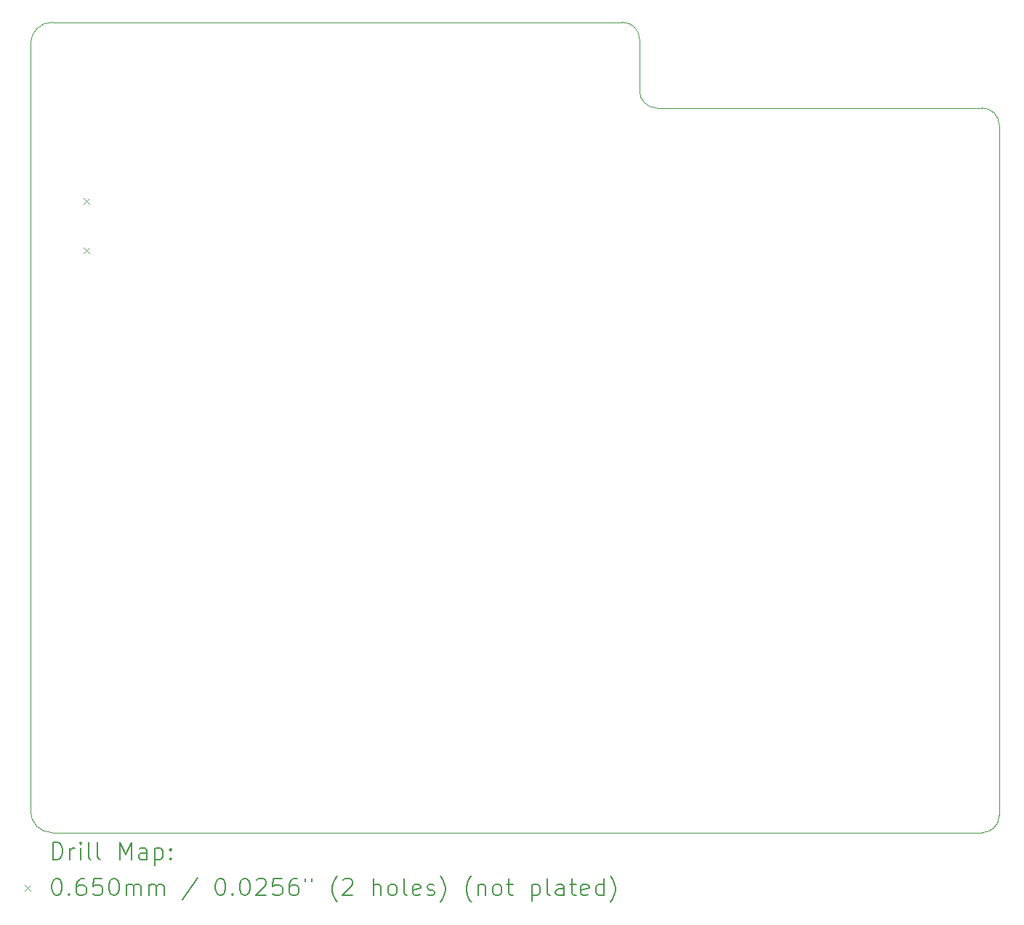
<source format=gbr>
%TF.GenerationSoftware,KiCad,Pcbnew,9.0.1*%
%TF.CreationDate,2025-06-20T23:10:50-05:00*%
%TF.ProjectId,LVGL_Training_Board,4c56474c-5f54-4726-9169-6e696e675f42,rev?*%
%TF.SameCoordinates,Original*%
%TF.FileFunction,Drillmap*%
%TF.FilePolarity,Positive*%
%FSLAX45Y45*%
G04 Gerber Fmt 4.5, Leading zero omitted, Abs format (unit mm)*
G04 Created by KiCad (PCBNEW 9.0.1) date 2025-06-20 23:10:50*
%MOMM*%
%LPD*%
G01*
G04 APERTURE LIST*
%ADD10C,0.050000*%
%ADD11C,0.200000*%
%ADD12C,0.100000*%
G04 APERTURE END LIST*
D10*
X8895000Y-5315000D02*
X15540000Y-5315000D01*
X19930000Y-6515000D02*
X19930000Y-14565000D01*
X15940000Y-6315000D02*
G75*
G02*
X15740000Y-6115000I0J200000D01*
G01*
X19930000Y-14565000D02*
G75*
G02*
X19730000Y-14765000I-200000J0D01*
G01*
X19730000Y-14765000D02*
X9765000Y-14765000D01*
X19730000Y-6315000D02*
G75*
G02*
X19930000Y-6515000I0J-200000D01*
G01*
X15540000Y-5315000D02*
G75*
G02*
X15740000Y-5515000I0J-200000D01*
G01*
X8895000Y-14765000D02*
G75*
G02*
X8645000Y-14515000I0J250000D01*
G01*
X8645000Y-14515000D02*
X8645000Y-5565000D01*
X8645000Y-5565000D02*
G75*
G02*
X8895000Y-5315000I250000J0D01*
G01*
X15740000Y-5515000D02*
X15740000Y-6115000D01*
X15940000Y-6315000D02*
X19730000Y-6315000D01*
X9765000Y-14765000D02*
X8895000Y-14765000D01*
D11*
D12*
X9264250Y-7365750D02*
X9329250Y-7430750D01*
X9329250Y-7365750D02*
X9264250Y-7430750D01*
X9264250Y-7943750D02*
X9329250Y-8008750D01*
X9329250Y-7943750D02*
X9264250Y-8008750D01*
D11*
X8903277Y-15078984D02*
X8903277Y-14878984D01*
X8903277Y-14878984D02*
X8950896Y-14878984D01*
X8950896Y-14878984D02*
X8979467Y-14888508D01*
X8979467Y-14888508D02*
X8998515Y-14907555D01*
X8998515Y-14907555D02*
X9008039Y-14926603D01*
X9008039Y-14926603D02*
X9017563Y-14964698D01*
X9017563Y-14964698D02*
X9017563Y-14993269D01*
X9017563Y-14993269D02*
X9008039Y-15031365D01*
X9008039Y-15031365D02*
X8998515Y-15050412D01*
X8998515Y-15050412D02*
X8979467Y-15069460D01*
X8979467Y-15069460D02*
X8950896Y-15078984D01*
X8950896Y-15078984D02*
X8903277Y-15078984D01*
X9103277Y-15078984D02*
X9103277Y-14945650D01*
X9103277Y-14983746D02*
X9112801Y-14964698D01*
X9112801Y-14964698D02*
X9122324Y-14955174D01*
X9122324Y-14955174D02*
X9141372Y-14945650D01*
X9141372Y-14945650D02*
X9160420Y-14945650D01*
X9227086Y-15078984D02*
X9227086Y-14945650D01*
X9227086Y-14878984D02*
X9217563Y-14888508D01*
X9217563Y-14888508D02*
X9227086Y-14898031D01*
X9227086Y-14898031D02*
X9236610Y-14888508D01*
X9236610Y-14888508D02*
X9227086Y-14878984D01*
X9227086Y-14878984D02*
X9227086Y-14898031D01*
X9350896Y-15078984D02*
X9331848Y-15069460D01*
X9331848Y-15069460D02*
X9322324Y-15050412D01*
X9322324Y-15050412D02*
X9322324Y-14878984D01*
X9455658Y-15078984D02*
X9436610Y-15069460D01*
X9436610Y-15069460D02*
X9427086Y-15050412D01*
X9427086Y-15050412D02*
X9427086Y-14878984D01*
X9684229Y-15078984D02*
X9684229Y-14878984D01*
X9684229Y-14878984D02*
X9750896Y-15021841D01*
X9750896Y-15021841D02*
X9817563Y-14878984D01*
X9817563Y-14878984D02*
X9817563Y-15078984D01*
X9998515Y-15078984D02*
X9998515Y-14974222D01*
X9998515Y-14974222D02*
X9988991Y-14955174D01*
X9988991Y-14955174D02*
X9969944Y-14945650D01*
X9969944Y-14945650D02*
X9931848Y-14945650D01*
X9931848Y-14945650D02*
X9912801Y-14955174D01*
X9998515Y-15069460D02*
X9979467Y-15078984D01*
X9979467Y-15078984D02*
X9931848Y-15078984D01*
X9931848Y-15078984D02*
X9912801Y-15069460D01*
X9912801Y-15069460D02*
X9903277Y-15050412D01*
X9903277Y-15050412D02*
X9903277Y-15031365D01*
X9903277Y-15031365D02*
X9912801Y-15012317D01*
X9912801Y-15012317D02*
X9931848Y-15002793D01*
X9931848Y-15002793D02*
X9979467Y-15002793D01*
X9979467Y-15002793D02*
X9998515Y-14993269D01*
X10093753Y-14945650D02*
X10093753Y-15145650D01*
X10093753Y-14955174D02*
X10112801Y-14945650D01*
X10112801Y-14945650D02*
X10150896Y-14945650D01*
X10150896Y-14945650D02*
X10169944Y-14955174D01*
X10169944Y-14955174D02*
X10179467Y-14964698D01*
X10179467Y-14964698D02*
X10188991Y-14983746D01*
X10188991Y-14983746D02*
X10188991Y-15040888D01*
X10188991Y-15040888D02*
X10179467Y-15059936D01*
X10179467Y-15059936D02*
X10169944Y-15069460D01*
X10169944Y-15069460D02*
X10150896Y-15078984D01*
X10150896Y-15078984D02*
X10112801Y-15078984D01*
X10112801Y-15078984D02*
X10093753Y-15069460D01*
X10274705Y-15059936D02*
X10284229Y-15069460D01*
X10284229Y-15069460D02*
X10274705Y-15078984D01*
X10274705Y-15078984D02*
X10265182Y-15069460D01*
X10265182Y-15069460D02*
X10274705Y-15059936D01*
X10274705Y-15059936D02*
X10274705Y-15078984D01*
X10274705Y-14955174D02*
X10284229Y-14964698D01*
X10284229Y-14964698D02*
X10274705Y-14974222D01*
X10274705Y-14974222D02*
X10265182Y-14964698D01*
X10265182Y-14964698D02*
X10274705Y-14955174D01*
X10274705Y-14955174D02*
X10274705Y-14974222D01*
D12*
X8577500Y-15375000D02*
X8642500Y-15440000D01*
X8642500Y-15375000D02*
X8577500Y-15440000D01*
D11*
X8941372Y-15298984D02*
X8960420Y-15298984D01*
X8960420Y-15298984D02*
X8979467Y-15308508D01*
X8979467Y-15308508D02*
X8988991Y-15318031D01*
X8988991Y-15318031D02*
X8998515Y-15337079D01*
X8998515Y-15337079D02*
X9008039Y-15375174D01*
X9008039Y-15375174D02*
X9008039Y-15422793D01*
X9008039Y-15422793D02*
X8998515Y-15460888D01*
X8998515Y-15460888D02*
X8988991Y-15479936D01*
X8988991Y-15479936D02*
X8979467Y-15489460D01*
X8979467Y-15489460D02*
X8960420Y-15498984D01*
X8960420Y-15498984D02*
X8941372Y-15498984D01*
X8941372Y-15498984D02*
X8922324Y-15489460D01*
X8922324Y-15489460D02*
X8912801Y-15479936D01*
X8912801Y-15479936D02*
X8903277Y-15460888D01*
X8903277Y-15460888D02*
X8893753Y-15422793D01*
X8893753Y-15422793D02*
X8893753Y-15375174D01*
X8893753Y-15375174D02*
X8903277Y-15337079D01*
X8903277Y-15337079D02*
X8912801Y-15318031D01*
X8912801Y-15318031D02*
X8922324Y-15308508D01*
X8922324Y-15308508D02*
X8941372Y-15298984D01*
X9093753Y-15479936D02*
X9103277Y-15489460D01*
X9103277Y-15489460D02*
X9093753Y-15498984D01*
X9093753Y-15498984D02*
X9084229Y-15489460D01*
X9084229Y-15489460D02*
X9093753Y-15479936D01*
X9093753Y-15479936D02*
X9093753Y-15498984D01*
X9274705Y-15298984D02*
X9236610Y-15298984D01*
X9236610Y-15298984D02*
X9217563Y-15308508D01*
X9217563Y-15308508D02*
X9208039Y-15318031D01*
X9208039Y-15318031D02*
X9188991Y-15346603D01*
X9188991Y-15346603D02*
X9179467Y-15384698D01*
X9179467Y-15384698D02*
X9179467Y-15460888D01*
X9179467Y-15460888D02*
X9188991Y-15479936D01*
X9188991Y-15479936D02*
X9198515Y-15489460D01*
X9198515Y-15489460D02*
X9217563Y-15498984D01*
X9217563Y-15498984D02*
X9255658Y-15498984D01*
X9255658Y-15498984D02*
X9274705Y-15489460D01*
X9274705Y-15489460D02*
X9284229Y-15479936D01*
X9284229Y-15479936D02*
X9293753Y-15460888D01*
X9293753Y-15460888D02*
X9293753Y-15413269D01*
X9293753Y-15413269D02*
X9284229Y-15394222D01*
X9284229Y-15394222D02*
X9274705Y-15384698D01*
X9274705Y-15384698D02*
X9255658Y-15375174D01*
X9255658Y-15375174D02*
X9217563Y-15375174D01*
X9217563Y-15375174D02*
X9198515Y-15384698D01*
X9198515Y-15384698D02*
X9188991Y-15394222D01*
X9188991Y-15394222D02*
X9179467Y-15413269D01*
X9474705Y-15298984D02*
X9379467Y-15298984D01*
X9379467Y-15298984D02*
X9369944Y-15394222D01*
X9369944Y-15394222D02*
X9379467Y-15384698D01*
X9379467Y-15384698D02*
X9398515Y-15375174D01*
X9398515Y-15375174D02*
X9446134Y-15375174D01*
X9446134Y-15375174D02*
X9465182Y-15384698D01*
X9465182Y-15384698D02*
X9474705Y-15394222D01*
X9474705Y-15394222D02*
X9484229Y-15413269D01*
X9484229Y-15413269D02*
X9484229Y-15460888D01*
X9484229Y-15460888D02*
X9474705Y-15479936D01*
X9474705Y-15479936D02*
X9465182Y-15489460D01*
X9465182Y-15489460D02*
X9446134Y-15498984D01*
X9446134Y-15498984D02*
X9398515Y-15498984D01*
X9398515Y-15498984D02*
X9379467Y-15489460D01*
X9379467Y-15489460D02*
X9369944Y-15479936D01*
X9608039Y-15298984D02*
X9627086Y-15298984D01*
X9627086Y-15298984D02*
X9646134Y-15308508D01*
X9646134Y-15308508D02*
X9655658Y-15318031D01*
X9655658Y-15318031D02*
X9665182Y-15337079D01*
X9665182Y-15337079D02*
X9674705Y-15375174D01*
X9674705Y-15375174D02*
X9674705Y-15422793D01*
X9674705Y-15422793D02*
X9665182Y-15460888D01*
X9665182Y-15460888D02*
X9655658Y-15479936D01*
X9655658Y-15479936D02*
X9646134Y-15489460D01*
X9646134Y-15489460D02*
X9627086Y-15498984D01*
X9627086Y-15498984D02*
X9608039Y-15498984D01*
X9608039Y-15498984D02*
X9588991Y-15489460D01*
X9588991Y-15489460D02*
X9579467Y-15479936D01*
X9579467Y-15479936D02*
X9569944Y-15460888D01*
X9569944Y-15460888D02*
X9560420Y-15422793D01*
X9560420Y-15422793D02*
X9560420Y-15375174D01*
X9560420Y-15375174D02*
X9569944Y-15337079D01*
X9569944Y-15337079D02*
X9579467Y-15318031D01*
X9579467Y-15318031D02*
X9588991Y-15308508D01*
X9588991Y-15308508D02*
X9608039Y-15298984D01*
X9760420Y-15498984D02*
X9760420Y-15365650D01*
X9760420Y-15384698D02*
X9769944Y-15375174D01*
X9769944Y-15375174D02*
X9788991Y-15365650D01*
X9788991Y-15365650D02*
X9817563Y-15365650D01*
X9817563Y-15365650D02*
X9836610Y-15375174D01*
X9836610Y-15375174D02*
X9846134Y-15394222D01*
X9846134Y-15394222D02*
X9846134Y-15498984D01*
X9846134Y-15394222D02*
X9855658Y-15375174D01*
X9855658Y-15375174D02*
X9874705Y-15365650D01*
X9874705Y-15365650D02*
X9903277Y-15365650D01*
X9903277Y-15365650D02*
X9922325Y-15375174D01*
X9922325Y-15375174D02*
X9931848Y-15394222D01*
X9931848Y-15394222D02*
X9931848Y-15498984D01*
X10027086Y-15498984D02*
X10027086Y-15365650D01*
X10027086Y-15384698D02*
X10036610Y-15375174D01*
X10036610Y-15375174D02*
X10055658Y-15365650D01*
X10055658Y-15365650D02*
X10084229Y-15365650D01*
X10084229Y-15365650D02*
X10103277Y-15375174D01*
X10103277Y-15375174D02*
X10112801Y-15394222D01*
X10112801Y-15394222D02*
X10112801Y-15498984D01*
X10112801Y-15394222D02*
X10122325Y-15375174D01*
X10122325Y-15375174D02*
X10141372Y-15365650D01*
X10141372Y-15365650D02*
X10169944Y-15365650D01*
X10169944Y-15365650D02*
X10188991Y-15375174D01*
X10188991Y-15375174D02*
X10198515Y-15394222D01*
X10198515Y-15394222D02*
X10198515Y-15498984D01*
X10588991Y-15289460D02*
X10417563Y-15546603D01*
X10846134Y-15298984D02*
X10865182Y-15298984D01*
X10865182Y-15298984D02*
X10884229Y-15308508D01*
X10884229Y-15308508D02*
X10893753Y-15318031D01*
X10893753Y-15318031D02*
X10903277Y-15337079D01*
X10903277Y-15337079D02*
X10912801Y-15375174D01*
X10912801Y-15375174D02*
X10912801Y-15422793D01*
X10912801Y-15422793D02*
X10903277Y-15460888D01*
X10903277Y-15460888D02*
X10893753Y-15479936D01*
X10893753Y-15479936D02*
X10884229Y-15489460D01*
X10884229Y-15489460D02*
X10865182Y-15498984D01*
X10865182Y-15498984D02*
X10846134Y-15498984D01*
X10846134Y-15498984D02*
X10827087Y-15489460D01*
X10827087Y-15489460D02*
X10817563Y-15479936D01*
X10817563Y-15479936D02*
X10808039Y-15460888D01*
X10808039Y-15460888D02*
X10798515Y-15422793D01*
X10798515Y-15422793D02*
X10798515Y-15375174D01*
X10798515Y-15375174D02*
X10808039Y-15337079D01*
X10808039Y-15337079D02*
X10817563Y-15318031D01*
X10817563Y-15318031D02*
X10827087Y-15308508D01*
X10827087Y-15308508D02*
X10846134Y-15298984D01*
X10998515Y-15479936D02*
X11008039Y-15489460D01*
X11008039Y-15489460D02*
X10998515Y-15498984D01*
X10998515Y-15498984D02*
X10988991Y-15489460D01*
X10988991Y-15489460D02*
X10998515Y-15479936D01*
X10998515Y-15479936D02*
X10998515Y-15498984D01*
X11131848Y-15298984D02*
X11150896Y-15298984D01*
X11150896Y-15298984D02*
X11169944Y-15308508D01*
X11169944Y-15308508D02*
X11179468Y-15318031D01*
X11179468Y-15318031D02*
X11188991Y-15337079D01*
X11188991Y-15337079D02*
X11198515Y-15375174D01*
X11198515Y-15375174D02*
X11198515Y-15422793D01*
X11198515Y-15422793D02*
X11188991Y-15460888D01*
X11188991Y-15460888D02*
X11179468Y-15479936D01*
X11179468Y-15479936D02*
X11169944Y-15489460D01*
X11169944Y-15489460D02*
X11150896Y-15498984D01*
X11150896Y-15498984D02*
X11131848Y-15498984D01*
X11131848Y-15498984D02*
X11112801Y-15489460D01*
X11112801Y-15489460D02*
X11103277Y-15479936D01*
X11103277Y-15479936D02*
X11093753Y-15460888D01*
X11093753Y-15460888D02*
X11084229Y-15422793D01*
X11084229Y-15422793D02*
X11084229Y-15375174D01*
X11084229Y-15375174D02*
X11093753Y-15337079D01*
X11093753Y-15337079D02*
X11103277Y-15318031D01*
X11103277Y-15318031D02*
X11112801Y-15308508D01*
X11112801Y-15308508D02*
X11131848Y-15298984D01*
X11274706Y-15318031D02*
X11284229Y-15308508D01*
X11284229Y-15308508D02*
X11303277Y-15298984D01*
X11303277Y-15298984D02*
X11350896Y-15298984D01*
X11350896Y-15298984D02*
X11369944Y-15308508D01*
X11369944Y-15308508D02*
X11379467Y-15318031D01*
X11379467Y-15318031D02*
X11388991Y-15337079D01*
X11388991Y-15337079D02*
X11388991Y-15356127D01*
X11388991Y-15356127D02*
X11379467Y-15384698D01*
X11379467Y-15384698D02*
X11265182Y-15498984D01*
X11265182Y-15498984D02*
X11388991Y-15498984D01*
X11569944Y-15298984D02*
X11474706Y-15298984D01*
X11474706Y-15298984D02*
X11465182Y-15394222D01*
X11465182Y-15394222D02*
X11474706Y-15384698D01*
X11474706Y-15384698D02*
X11493753Y-15375174D01*
X11493753Y-15375174D02*
X11541372Y-15375174D01*
X11541372Y-15375174D02*
X11560420Y-15384698D01*
X11560420Y-15384698D02*
X11569944Y-15394222D01*
X11569944Y-15394222D02*
X11579467Y-15413269D01*
X11579467Y-15413269D02*
X11579467Y-15460888D01*
X11579467Y-15460888D02*
X11569944Y-15479936D01*
X11569944Y-15479936D02*
X11560420Y-15489460D01*
X11560420Y-15489460D02*
X11541372Y-15498984D01*
X11541372Y-15498984D02*
X11493753Y-15498984D01*
X11493753Y-15498984D02*
X11474706Y-15489460D01*
X11474706Y-15489460D02*
X11465182Y-15479936D01*
X11750896Y-15298984D02*
X11712801Y-15298984D01*
X11712801Y-15298984D02*
X11693753Y-15308508D01*
X11693753Y-15308508D02*
X11684229Y-15318031D01*
X11684229Y-15318031D02*
X11665182Y-15346603D01*
X11665182Y-15346603D02*
X11655658Y-15384698D01*
X11655658Y-15384698D02*
X11655658Y-15460888D01*
X11655658Y-15460888D02*
X11665182Y-15479936D01*
X11665182Y-15479936D02*
X11674706Y-15489460D01*
X11674706Y-15489460D02*
X11693753Y-15498984D01*
X11693753Y-15498984D02*
X11731848Y-15498984D01*
X11731848Y-15498984D02*
X11750896Y-15489460D01*
X11750896Y-15489460D02*
X11760420Y-15479936D01*
X11760420Y-15479936D02*
X11769944Y-15460888D01*
X11769944Y-15460888D02*
X11769944Y-15413269D01*
X11769944Y-15413269D02*
X11760420Y-15394222D01*
X11760420Y-15394222D02*
X11750896Y-15384698D01*
X11750896Y-15384698D02*
X11731848Y-15375174D01*
X11731848Y-15375174D02*
X11693753Y-15375174D01*
X11693753Y-15375174D02*
X11674706Y-15384698D01*
X11674706Y-15384698D02*
X11665182Y-15394222D01*
X11665182Y-15394222D02*
X11655658Y-15413269D01*
X11846134Y-15298984D02*
X11846134Y-15337079D01*
X11922325Y-15298984D02*
X11922325Y-15337079D01*
X12217563Y-15575174D02*
X12208039Y-15565650D01*
X12208039Y-15565650D02*
X12188991Y-15537079D01*
X12188991Y-15537079D02*
X12179468Y-15518031D01*
X12179468Y-15518031D02*
X12169944Y-15489460D01*
X12169944Y-15489460D02*
X12160420Y-15441841D01*
X12160420Y-15441841D02*
X12160420Y-15403746D01*
X12160420Y-15403746D02*
X12169944Y-15356127D01*
X12169944Y-15356127D02*
X12179468Y-15327555D01*
X12179468Y-15327555D02*
X12188991Y-15308508D01*
X12188991Y-15308508D02*
X12208039Y-15279936D01*
X12208039Y-15279936D02*
X12217563Y-15270412D01*
X12284229Y-15318031D02*
X12293753Y-15308508D01*
X12293753Y-15308508D02*
X12312801Y-15298984D01*
X12312801Y-15298984D02*
X12360420Y-15298984D01*
X12360420Y-15298984D02*
X12379468Y-15308508D01*
X12379468Y-15308508D02*
X12388991Y-15318031D01*
X12388991Y-15318031D02*
X12398515Y-15337079D01*
X12398515Y-15337079D02*
X12398515Y-15356127D01*
X12398515Y-15356127D02*
X12388991Y-15384698D01*
X12388991Y-15384698D02*
X12274706Y-15498984D01*
X12274706Y-15498984D02*
X12398515Y-15498984D01*
X12636610Y-15498984D02*
X12636610Y-15298984D01*
X12722325Y-15498984D02*
X12722325Y-15394222D01*
X12722325Y-15394222D02*
X12712801Y-15375174D01*
X12712801Y-15375174D02*
X12693753Y-15365650D01*
X12693753Y-15365650D02*
X12665182Y-15365650D01*
X12665182Y-15365650D02*
X12646134Y-15375174D01*
X12646134Y-15375174D02*
X12636610Y-15384698D01*
X12846134Y-15498984D02*
X12827087Y-15489460D01*
X12827087Y-15489460D02*
X12817563Y-15479936D01*
X12817563Y-15479936D02*
X12808039Y-15460888D01*
X12808039Y-15460888D02*
X12808039Y-15403746D01*
X12808039Y-15403746D02*
X12817563Y-15384698D01*
X12817563Y-15384698D02*
X12827087Y-15375174D01*
X12827087Y-15375174D02*
X12846134Y-15365650D01*
X12846134Y-15365650D02*
X12874706Y-15365650D01*
X12874706Y-15365650D02*
X12893753Y-15375174D01*
X12893753Y-15375174D02*
X12903277Y-15384698D01*
X12903277Y-15384698D02*
X12912801Y-15403746D01*
X12912801Y-15403746D02*
X12912801Y-15460888D01*
X12912801Y-15460888D02*
X12903277Y-15479936D01*
X12903277Y-15479936D02*
X12893753Y-15489460D01*
X12893753Y-15489460D02*
X12874706Y-15498984D01*
X12874706Y-15498984D02*
X12846134Y-15498984D01*
X13027087Y-15498984D02*
X13008039Y-15489460D01*
X13008039Y-15489460D02*
X12998515Y-15470412D01*
X12998515Y-15470412D02*
X12998515Y-15298984D01*
X13179468Y-15489460D02*
X13160420Y-15498984D01*
X13160420Y-15498984D02*
X13122325Y-15498984D01*
X13122325Y-15498984D02*
X13103277Y-15489460D01*
X13103277Y-15489460D02*
X13093753Y-15470412D01*
X13093753Y-15470412D02*
X13093753Y-15394222D01*
X13093753Y-15394222D02*
X13103277Y-15375174D01*
X13103277Y-15375174D02*
X13122325Y-15365650D01*
X13122325Y-15365650D02*
X13160420Y-15365650D01*
X13160420Y-15365650D02*
X13179468Y-15375174D01*
X13179468Y-15375174D02*
X13188991Y-15394222D01*
X13188991Y-15394222D02*
X13188991Y-15413269D01*
X13188991Y-15413269D02*
X13093753Y-15432317D01*
X13265182Y-15489460D02*
X13284230Y-15498984D01*
X13284230Y-15498984D02*
X13322325Y-15498984D01*
X13322325Y-15498984D02*
X13341372Y-15489460D01*
X13341372Y-15489460D02*
X13350896Y-15470412D01*
X13350896Y-15470412D02*
X13350896Y-15460888D01*
X13350896Y-15460888D02*
X13341372Y-15441841D01*
X13341372Y-15441841D02*
X13322325Y-15432317D01*
X13322325Y-15432317D02*
X13293753Y-15432317D01*
X13293753Y-15432317D02*
X13274706Y-15422793D01*
X13274706Y-15422793D02*
X13265182Y-15403746D01*
X13265182Y-15403746D02*
X13265182Y-15394222D01*
X13265182Y-15394222D02*
X13274706Y-15375174D01*
X13274706Y-15375174D02*
X13293753Y-15365650D01*
X13293753Y-15365650D02*
X13322325Y-15365650D01*
X13322325Y-15365650D02*
X13341372Y-15375174D01*
X13417563Y-15575174D02*
X13427087Y-15565650D01*
X13427087Y-15565650D02*
X13446134Y-15537079D01*
X13446134Y-15537079D02*
X13455658Y-15518031D01*
X13455658Y-15518031D02*
X13465182Y-15489460D01*
X13465182Y-15489460D02*
X13474706Y-15441841D01*
X13474706Y-15441841D02*
X13474706Y-15403746D01*
X13474706Y-15403746D02*
X13465182Y-15356127D01*
X13465182Y-15356127D02*
X13455658Y-15327555D01*
X13455658Y-15327555D02*
X13446134Y-15308508D01*
X13446134Y-15308508D02*
X13427087Y-15279936D01*
X13427087Y-15279936D02*
X13417563Y-15270412D01*
X13779468Y-15575174D02*
X13769944Y-15565650D01*
X13769944Y-15565650D02*
X13750896Y-15537079D01*
X13750896Y-15537079D02*
X13741372Y-15518031D01*
X13741372Y-15518031D02*
X13731849Y-15489460D01*
X13731849Y-15489460D02*
X13722325Y-15441841D01*
X13722325Y-15441841D02*
X13722325Y-15403746D01*
X13722325Y-15403746D02*
X13731849Y-15356127D01*
X13731849Y-15356127D02*
X13741372Y-15327555D01*
X13741372Y-15327555D02*
X13750896Y-15308508D01*
X13750896Y-15308508D02*
X13769944Y-15279936D01*
X13769944Y-15279936D02*
X13779468Y-15270412D01*
X13855658Y-15365650D02*
X13855658Y-15498984D01*
X13855658Y-15384698D02*
X13865182Y-15375174D01*
X13865182Y-15375174D02*
X13884230Y-15365650D01*
X13884230Y-15365650D02*
X13912801Y-15365650D01*
X13912801Y-15365650D02*
X13931849Y-15375174D01*
X13931849Y-15375174D02*
X13941372Y-15394222D01*
X13941372Y-15394222D02*
X13941372Y-15498984D01*
X14065182Y-15498984D02*
X14046134Y-15489460D01*
X14046134Y-15489460D02*
X14036611Y-15479936D01*
X14036611Y-15479936D02*
X14027087Y-15460888D01*
X14027087Y-15460888D02*
X14027087Y-15403746D01*
X14027087Y-15403746D02*
X14036611Y-15384698D01*
X14036611Y-15384698D02*
X14046134Y-15375174D01*
X14046134Y-15375174D02*
X14065182Y-15365650D01*
X14065182Y-15365650D02*
X14093753Y-15365650D01*
X14093753Y-15365650D02*
X14112801Y-15375174D01*
X14112801Y-15375174D02*
X14122325Y-15384698D01*
X14122325Y-15384698D02*
X14131849Y-15403746D01*
X14131849Y-15403746D02*
X14131849Y-15460888D01*
X14131849Y-15460888D02*
X14122325Y-15479936D01*
X14122325Y-15479936D02*
X14112801Y-15489460D01*
X14112801Y-15489460D02*
X14093753Y-15498984D01*
X14093753Y-15498984D02*
X14065182Y-15498984D01*
X14188992Y-15365650D02*
X14265182Y-15365650D01*
X14217563Y-15298984D02*
X14217563Y-15470412D01*
X14217563Y-15470412D02*
X14227087Y-15489460D01*
X14227087Y-15489460D02*
X14246134Y-15498984D01*
X14246134Y-15498984D02*
X14265182Y-15498984D01*
X14484230Y-15365650D02*
X14484230Y-15565650D01*
X14484230Y-15375174D02*
X14503277Y-15365650D01*
X14503277Y-15365650D02*
X14541373Y-15365650D01*
X14541373Y-15365650D02*
X14560420Y-15375174D01*
X14560420Y-15375174D02*
X14569944Y-15384698D01*
X14569944Y-15384698D02*
X14579468Y-15403746D01*
X14579468Y-15403746D02*
X14579468Y-15460888D01*
X14579468Y-15460888D02*
X14569944Y-15479936D01*
X14569944Y-15479936D02*
X14560420Y-15489460D01*
X14560420Y-15489460D02*
X14541373Y-15498984D01*
X14541373Y-15498984D02*
X14503277Y-15498984D01*
X14503277Y-15498984D02*
X14484230Y-15489460D01*
X14693753Y-15498984D02*
X14674706Y-15489460D01*
X14674706Y-15489460D02*
X14665182Y-15470412D01*
X14665182Y-15470412D02*
X14665182Y-15298984D01*
X14855658Y-15498984D02*
X14855658Y-15394222D01*
X14855658Y-15394222D02*
X14846134Y-15375174D01*
X14846134Y-15375174D02*
X14827087Y-15365650D01*
X14827087Y-15365650D02*
X14788992Y-15365650D01*
X14788992Y-15365650D02*
X14769944Y-15375174D01*
X14855658Y-15489460D02*
X14836611Y-15498984D01*
X14836611Y-15498984D02*
X14788992Y-15498984D01*
X14788992Y-15498984D02*
X14769944Y-15489460D01*
X14769944Y-15489460D02*
X14760420Y-15470412D01*
X14760420Y-15470412D02*
X14760420Y-15451365D01*
X14760420Y-15451365D02*
X14769944Y-15432317D01*
X14769944Y-15432317D02*
X14788992Y-15422793D01*
X14788992Y-15422793D02*
X14836611Y-15422793D01*
X14836611Y-15422793D02*
X14855658Y-15413269D01*
X14922325Y-15365650D02*
X14998515Y-15365650D01*
X14950896Y-15298984D02*
X14950896Y-15470412D01*
X14950896Y-15470412D02*
X14960420Y-15489460D01*
X14960420Y-15489460D02*
X14979468Y-15498984D01*
X14979468Y-15498984D02*
X14998515Y-15498984D01*
X15141373Y-15489460D02*
X15122325Y-15498984D01*
X15122325Y-15498984D02*
X15084230Y-15498984D01*
X15084230Y-15498984D02*
X15065182Y-15489460D01*
X15065182Y-15489460D02*
X15055658Y-15470412D01*
X15055658Y-15470412D02*
X15055658Y-15394222D01*
X15055658Y-15394222D02*
X15065182Y-15375174D01*
X15065182Y-15375174D02*
X15084230Y-15365650D01*
X15084230Y-15365650D02*
X15122325Y-15365650D01*
X15122325Y-15365650D02*
X15141373Y-15375174D01*
X15141373Y-15375174D02*
X15150896Y-15394222D01*
X15150896Y-15394222D02*
X15150896Y-15413269D01*
X15150896Y-15413269D02*
X15055658Y-15432317D01*
X15322325Y-15498984D02*
X15322325Y-15298984D01*
X15322325Y-15489460D02*
X15303277Y-15498984D01*
X15303277Y-15498984D02*
X15265182Y-15498984D01*
X15265182Y-15498984D02*
X15246134Y-15489460D01*
X15246134Y-15489460D02*
X15236611Y-15479936D01*
X15236611Y-15479936D02*
X15227087Y-15460888D01*
X15227087Y-15460888D02*
X15227087Y-15403746D01*
X15227087Y-15403746D02*
X15236611Y-15384698D01*
X15236611Y-15384698D02*
X15246134Y-15375174D01*
X15246134Y-15375174D02*
X15265182Y-15365650D01*
X15265182Y-15365650D02*
X15303277Y-15365650D01*
X15303277Y-15365650D02*
X15322325Y-15375174D01*
X15398515Y-15575174D02*
X15408039Y-15565650D01*
X15408039Y-15565650D02*
X15427087Y-15537079D01*
X15427087Y-15537079D02*
X15436611Y-15518031D01*
X15436611Y-15518031D02*
X15446134Y-15489460D01*
X15446134Y-15489460D02*
X15455658Y-15441841D01*
X15455658Y-15441841D02*
X15455658Y-15403746D01*
X15455658Y-15403746D02*
X15446134Y-15356127D01*
X15446134Y-15356127D02*
X15436611Y-15327555D01*
X15436611Y-15327555D02*
X15427087Y-15308508D01*
X15427087Y-15308508D02*
X15408039Y-15279936D01*
X15408039Y-15279936D02*
X15398515Y-15270412D01*
M02*

</source>
